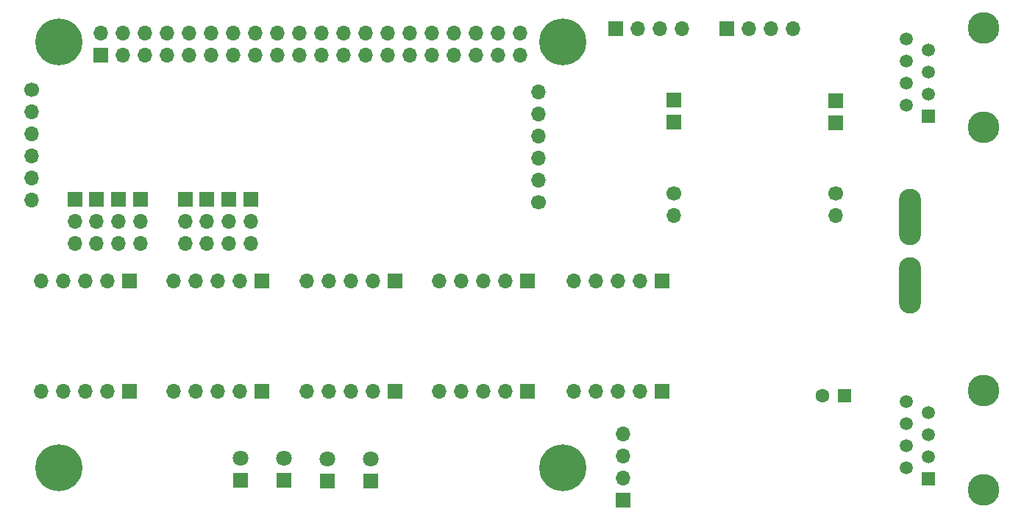
<source format=gbr>
%TF.GenerationSoftware,KiCad,Pcbnew,7.0.1*%
%TF.CreationDate,2023-08-16T19:58:43-04:00*%
%TF.ProjectId,DaughterBoard_UTAP,44617567-6874-4657-9242-6f6172645f55,rev?*%
%TF.SameCoordinates,Original*%
%TF.FileFunction,Soldermask,Bot*%
%TF.FilePolarity,Negative*%
%FSLAX46Y46*%
G04 Gerber Fmt 4.6, Leading zero omitted, Abs format (unit mm)*
G04 Created by KiCad (PCBNEW 7.0.1) date 2023-08-16 19:58:43*
%MOMM*%
%LPD*%
G01*
G04 APERTURE LIST*
%ADD10R,1.800000X1.800000*%
%ADD11C,1.800000*%
%ADD12C,5.400000*%
%ADD13C,3.650000*%
%ADD14R,1.500000X1.500000*%
%ADD15C,1.500000*%
%ADD16O,1.700000X1.700000*%
%ADD17C,1.700000*%
%ADD18R,1.700000X1.700000*%
%ADD19R,1.600000X1.600000*%
%ADD20C,1.600000*%
%ADD21O,2.540000X6.502400*%
G04 APERTURE END LIST*
D10*
%TO.C,GPIO_22*%
X76250000Y-118790000D03*
D11*
X76250000Y-116250000D03*
%TD*%
D12*
%TO.C,*%
X55320000Y-117290000D03*
%TD*%
D10*
%TO.C,GPIO_24*%
X86250000Y-118805000D03*
D11*
X86250000Y-116265000D03*
%TD*%
D13*
%TO.C,    X2    *%
X161770000Y-78097500D03*
X161770000Y-66667500D03*
D14*
X155420000Y-76827500D03*
D15*
X152880000Y-75557500D03*
X155420000Y-74287500D03*
X152880000Y-73017500D03*
X155420000Y-71747500D03*
X152880000Y-70477500D03*
X155420000Y-69207500D03*
X152880000Y-67937500D03*
%TD*%
D16*
%TO.C,U6*%
X110534033Y-74032000D03*
X110534033Y-76572000D03*
X110534033Y-79112000D03*
X110534033Y-81652000D03*
X110534033Y-84192000D03*
D17*
X110534033Y-86732000D03*
X52209033Y-73757000D03*
D16*
X52209033Y-76297000D03*
X52209033Y-78837000D03*
X52209033Y-81377000D03*
X52209033Y-83917000D03*
X52209033Y-86457000D03*
D18*
X57148033Y-86384000D03*
D16*
X57148033Y-88924000D03*
X57148033Y-91464000D03*
D18*
X59673033Y-86384000D03*
D16*
X59673033Y-88924000D03*
X59673033Y-91464000D03*
D18*
X62213033Y-86384000D03*
D16*
X62213033Y-88924000D03*
X62213033Y-91464000D03*
D18*
X64763033Y-86384000D03*
D16*
X64763033Y-88924000D03*
X64763033Y-91464000D03*
D18*
X69848033Y-86384000D03*
D16*
X69848033Y-88924000D03*
X69848033Y-91464000D03*
D18*
X72373033Y-86384000D03*
D16*
X72373033Y-88924000D03*
X72373033Y-91464000D03*
D18*
X74913033Y-86384000D03*
D16*
X74913033Y-88924000D03*
X74913033Y-91464000D03*
D18*
X77463033Y-86384000D03*
D16*
X77463033Y-88924000D03*
X77463033Y-91464000D03*
%TD*%
D10*
%TO.C,GPIO_23*%
X81250000Y-118790000D03*
D11*
X81250000Y-116250000D03*
%TD*%
D16*
%TO.C,U5*%
X83820000Y-108550000D03*
X86360000Y-108550000D03*
X88900000Y-108550000D03*
X91440000Y-108550000D03*
D18*
X93980000Y-108550000D03*
X93980000Y-95850000D03*
D16*
X91440000Y-95850000D03*
X88900000Y-95850000D03*
X86360000Y-95850000D03*
X83820000Y-95850000D03*
%TD*%
%TO.C,U3*%
X114570000Y-108500000D03*
X117110000Y-108500000D03*
X119650000Y-108500000D03*
X122190000Y-108500000D03*
D18*
X124730000Y-108500000D03*
X124730000Y-95800000D03*
D16*
X122190000Y-95800000D03*
X119650000Y-95800000D03*
X117110000Y-95800000D03*
X114570000Y-95800000D03*
%TD*%
D10*
%TO.C,GPIO_25*%
X91250000Y-118805000D03*
D11*
X91250000Y-116265000D03*
%TD*%
D18*
%TO.C,J1*%
X119460000Y-66750000D03*
D16*
X122000000Y-66750000D03*
X124540000Y-66750000D03*
X127080000Y-66750000D03*
%TD*%
D19*
%TO.C,C1*%
X145750000Y-109000000D03*
D20*
X143250000Y-109000000D03*
%TD*%
D16*
%TO.C,U4*%
X99070000Y-108500000D03*
X101610000Y-108500000D03*
X104150000Y-108500000D03*
X106690000Y-108500000D03*
D18*
X109230000Y-108500000D03*
X109230000Y-95800000D03*
D16*
X106690000Y-95800000D03*
X104150000Y-95800000D03*
X101610000Y-95800000D03*
X99070000Y-95800000D03*
%TD*%
D12*
%TO.C,*%
X113320000Y-117290000D03*
%TD*%
D16*
%TO.C,U1*%
X53270000Y-108550000D03*
X55810000Y-108550000D03*
X58350000Y-108550000D03*
X60890000Y-108550000D03*
D18*
X63430000Y-108550000D03*
X63430000Y-95850000D03*
D16*
X60890000Y-95850000D03*
X58350000Y-95850000D03*
X55810000Y-95850000D03*
X53270000Y-95850000D03*
%TD*%
D21*
%TO.C,J3*%
X153245000Y-88440000D03*
X153245000Y-96314000D03*
%TD*%
D18*
%TO.C,BME/BMP280*%
X120250000Y-121050000D03*
D16*
X120250000Y-118510000D03*
X120250000Y-115970000D03*
X120250000Y-113430000D03*
%TD*%
D12*
%TO.C,*%
X113320000Y-68290000D03*
%TD*%
D16*
%TO.C,U2*%
X68570000Y-108500000D03*
X71110000Y-108500000D03*
X73650000Y-108500000D03*
X76190000Y-108500000D03*
D18*
X78730000Y-108500000D03*
X78730000Y-95800000D03*
D16*
X76190000Y-95800000D03*
X73650000Y-95800000D03*
X71110000Y-95800000D03*
X68570000Y-95800000D03*
%TD*%
D18*
%TO.C,OLED*%
X132200000Y-66750000D03*
D16*
X134740000Y-66750000D03*
X137280000Y-66750000D03*
X139820000Y-66750000D03*
%TD*%
D12*
%TO.C,*%
X55320000Y-68290000D03*
%TD*%
D13*
%TO.C,    X1    *%
X161770000Y-119847500D03*
X161770000Y-108417500D03*
D14*
X155420000Y-118577500D03*
D15*
X152880000Y-117307500D03*
X155420000Y-116037500D03*
X152880000Y-114767500D03*
X155420000Y-113497500D03*
X152880000Y-112227500D03*
X155420000Y-110957500D03*
X152880000Y-109687500D03*
%TD*%
D16*
%TO.C,U7*%
X126100000Y-88290000D03*
D17*
X126100000Y-85750000D03*
D16*
X144700000Y-88240000D03*
D17*
X144700000Y-85700000D03*
D18*
X144700000Y-77580000D03*
X144700000Y-75040000D03*
X126100000Y-77530000D03*
X126100000Y-74990000D03*
%TD*%
%TO.C,J4*%
X60150000Y-69790000D03*
D16*
X60150000Y-67250000D03*
X62690000Y-69790000D03*
X62690000Y-67250000D03*
X65230000Y-69790000D03*
X65230000Y-67250000D03*
X67770000Y-69790000D03*
X67770000Y-67250000D03*
X70310000Y-69790000D03*
X70310000Y-67250000D03*
X72850000Y-69790000D03*
X72850000Y-67250000D03*
X75390000Y-69790000D03*
X75390000Y-67250000D03*
X77930000Y-69790000D03*
X77930000Y-67250000D03*
X80470000Y-69790000D03*
X80470000Y-67250000D03*
X83010000Y-69790000D03*
X83010000Y-67250000D03*
X85550000Y-69790000D03*
X85550000Y-67250000D03*
X88090000Y-69790000D03*
X88090000Y-67250000D03*
X90630000Y-69790000D03*
X90630000Y-67250000D03*
X93170000Y-69790000D03*
X93170000Y-67250000D03*
X95710000Y-69790000D03*
X95710000Y-67250000D03*
X98250000Y-69790000D03*
X98250000Y-67250000D03*
X100790000Y-69790000D03*
X100790000Y-67250000D03*
X103330000Y-69790000D03*
X103330000Y-67250000D03*
X105870000Y-69790000D03*
X105870000Y-67250000D03*
X108410000Y-69790000D03*
X108410000Y-67250000D03*
%TD*%
M02*

</source>
